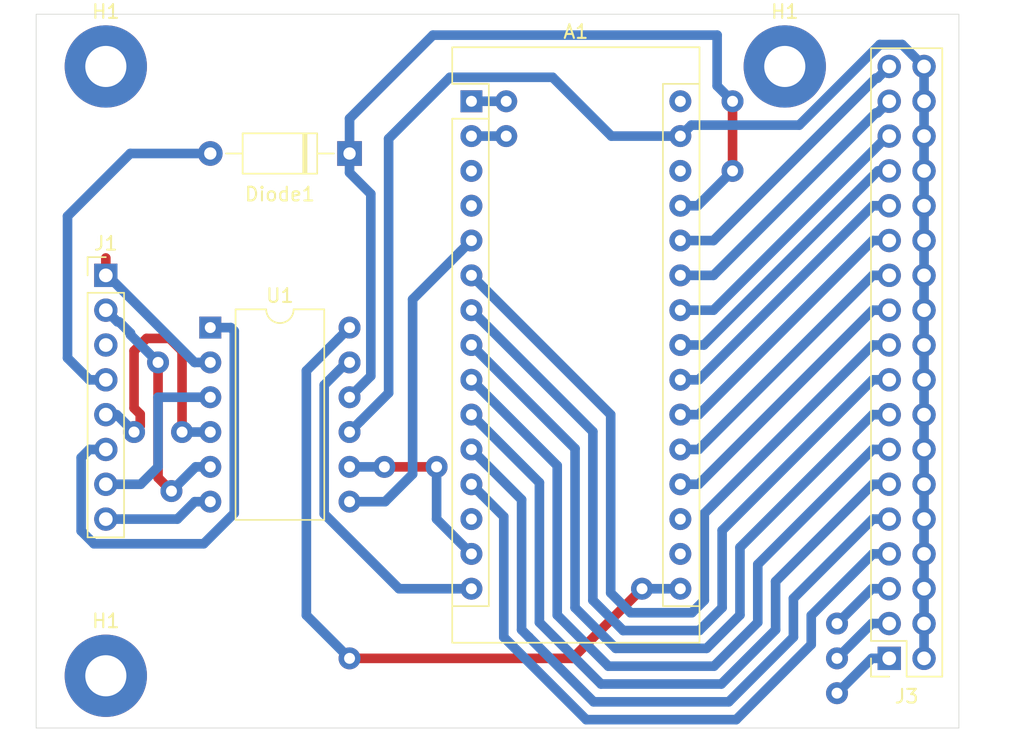
<source format=kicad_pcb>
(kicad_pcb (version 20171130) (host pcbnew "(5.1.4)-1")

  (general
    (thickness 1.6)
    (drawings 4)
    (tracks 202)
    (zones 0)
    (modules 8)
    (nets 38)
  )

  (page A4)
  (layers
    (0 F.Cu signal)
    (31 B.Cu signal)
    (32 B.Adhes user hide)
    (33 F.Adhes user hide)
    (34 B.Paste user hide)
    (35 F.Paste user)
    (36 B.SilkS user hide)
    (37 F.SilkS user)
    (38 B.Mask user hide)
    (39 F.Mask user)
    (40 Dwgs.User user hide)
    (41 Cmts.User user hide)
    (42 Eco1.User user hide)
    (43 Eco2.User user hide)
    (44 Edge.Cuts user)
    (45 Margin user hide)
    (46 B.CrtYd user hide)
    (47 F.CrtYd user)
    (48 B.Fab user hide)
    (49 F.Fab user)
  )

  (setup
    (last_trace_width 0.25)
    (trace_clearance 0.2)
    (zone_clearance 0.508)
    (zone_45_only no)
    (trace_min 0.2)
    (via_size 0.8)
    (via_drill 0.4)
    (via_min_size 0.4)
    (via_min_drill 0.3)
    (user_via 1.6 0.8)
    (uvia_size 0.3)
    (uvia_drill 0.1)
    (uvias_allowed no)
    (uvia_min_size 0.2)
    (uvia_min_drill 0.1)
    (edge_width 0.05)
    (segment_width 0.2)
    (pcb_text_width 0.3)
    (pcb_text_size 1.5 1.5)
    (mod_edge_width 0.12)
    (mod_text_size 1 1)
    (mod_text_width 0.15)
    (pad_size 1.524 1.524)
    (pad_drill 0.762)
    (pad_to_mask_clearance 0.051)
    (solder_mask_min_width 0.25)
    (aux_axis_origin 0 0)
    (visible_elements 7FFFFFFF)
    (pcbplotparams
      (layerselection 0x010fc_ffffffff)
      (usegerberextensions false)
      (usegerberattributes false)
      (usegerberadvancedattributes false)
      (creategerberjobfile false)
      (excludeedgelayer true)
      (linewidth 0.100000)
      (plotframeref false)
      (viasonmask false)
      (mode 1)
      (useauxorigin false)
      (hpglpennumber 1)
      (hpglpenspeed 20)
      (hpglpendiameter 15.000000)
      (psnegative false)
      (psa4output false)
      (plotreference true)
      (plotvalue true)
      (plotinvisibletext false)
      (padsonsilk false)
      (subtractmaskfromsilk false)
      (outputformat 1)
      (mirror false)
      (drillshape 1)
      (scaleselection 1)
      (outputdirectory ""))
  )

  (net 0 "")
  (net 1 "Net-(A1-Pad16)")
  (net 2 "Net-(A1-Pad15)")
  (net 3 "Net-(A1-Pad30)")
  (net 4 "Net-(A1-Pad14)")
  (net 5 "Net-(A1-Pad28)")
  (net 6 "Net-(A1-Pad27)")
  (net 7 "Net-(A1-Pad26)")
  (net 8 "Net-(A1-Pad25)")
  (net 9 "Net-(A1-Pad24)")
  (net 10 "Net-(A1-Pad23)")
  (net 11 "Net-(A1-Pad22)")
  (net 12 "Net-(A1-Pad21)")
  (net 13 "Net-(A1-Pad5)")
  (net 14 "Net-(A1-Pad20)")
  (net 15 "Net-(A1-Pad4)")
  (net 16 "Net-(A1-Pad19)")
  (net 17 "Net-(A1-Pad3)")
  (net 18 "Net-(A1-Pad18)")
  (net 19 "Net-(A1-Pad17)")
  (net 20 GND)
  (net 21 "Net-(J1-Pad1)")
  (net 22 "Net-(J1-Pad8)")
  (net 23 "Net-(J1-Pad7)")
  (net 24 "Net-(J1-Pad6)")
  (net 25 /1)
  (net 26 "Net-(J1-Pad3)")
  (net 27 "Net-(J1-Pad2)")
  (net 28 /9)
  (net 29 /8)
  (net 30 /7)
  (net 31 /6)
  (net 32 /5)
  (net 33 /4)
  (net 34 /3)
  (net 35 /0)
  (net 36 "Net-(Diode1-Pad2)")
  (net 37 /2)

  (net_class Default "This is the default net class."
    (clearance 0.2)
    (trace_width 0.25)
    (via_dia 0.8)
    (via_drill 0.4)
    (uvia_dia 0.3)
    (uvia_drill 0.1)
  )

  (net_class thicker ""
    (clearance 0.6)
    (trace_width 0.7)
    (via_dia 1.6)
    (via_drill 0.8)
    (uvia_dia 0.3)
    (uvia_drill 0.1)
    (add_net /0)
    (add_net /1)
    (add_net /2)
    (add_net /3)
    (add_net /4)
    (add_net /5)
    (add_net /6)
    (add_net /7)
    (add_net /8)
    (add_net /9)
    (add_net GND)
    (add_net "Net-(A1-Pad14)")
    (add_net "Net-(A1-Pad15)")
    (add_net "Net-(A1-Pad16)")
    (add_net "Net-(A1-Pad17)")
    (add_net "Net-(A1-Pad18)")
    (add_net "Net-(A1-Pad19)")
    (add_net "Net-(A1-Pad20)")
    (add_net "Net-(A1-Pad21)")
    (add_net "Net-(A1-Pad22)")
    (add_net "Net-(A1-Pad23)")
    (add_net "Net-(A1-Pad24)")
    (add_net "Net-(A1-Pad25)")
    (add_net "Net-(A1-Pad26)")
    (add_net "Net-(A1-Pad27)")
    (add_net "Net-(A1-Pad28)")
    (add_net "Net-(A1-Pad3)")
    (add_net "Net-(A1-Pad30)")
    (add_net "Net-(A1-Pad4)")
    (add_net "Net-(A1-Pad5)")
    (add_net "Net-(Diode1-Pad2)")
    (add_net "Net-(J1-Pad1)")
    (add_net "Net-(J1-Pad2)")
    (add_net "Net-(J1-Pad3)")
    (add_net "Net-(J1-Pad6)")
    (add_net "Net-(J1-Pad7)")
    (add_net "Net-(J1-Pad8)")
  )

  (module Package_DIP:DIP-12_W10.16mm (layer F.Cu) (tedit 5E03DC60) (tstamp 5E03EF43)
    (at 67.31 86.36)
    (descr "12-lead though-hole mounted DIP package, row spacing 10.16 mm (400 mils)")
    (tags "THT DIP DIL PDIP 2.54mm 10.16mm 400mil")
    (path /5E047133)
    (fp_text reference U1 (at 5.08 -2.33) (layer F.SilkS)
      (effects (font (size 1 1) (thickness 0.15)))
    )
    (fp_text value Simple_Chinese_Logic_level_shifter (at 5.08 15.03) (layer F.Fab)
      (effects (font (size 1 1) (thickness 0.15)))
    )
    (fp_text user %R (at 5.08 6.35) (layer F.Fab)
      (effects (font (size 1 1) (thickness 0.15)))
    )
    (fp_line (start 11.25 -1.55) (end -1.05 -1.55) (layer F.CrtYd) (width 0.05))
    (fp_line (start 11.25 14.25) (end 11.25 -1.55) (layer F.CrtYd) (width 0.05))
    (fp_line (start -1.05 14.25) (end 11.25 14.25) (layer F.CrtYd) (width 0.05))
    (fp_line (start -1.05 -1.55) (end -1.05 14.25) (layer F.CrtYd) (width 0.05))
    (fp_line (start 8.315 -1.33) (end 6.08 -1.33) (layer F.SilkS) (width 0.12))
    (fp_line (start 8.315 14.03) (end 8.315 -1.33) (layer F.SilkS) (width 0.12))
    (fp_line (start 1.845 14.03) (end 8.315 14.03) (layer F.SilkS) (width 0.12))
    (fp_line (start 1.845 -1.33) (end 1.845 14.03) (layer F.SilkS) (width 0.12))
    (fp_line (start 4.08 -1.33) (end 1.845 -1.33) (layer F.SilkS) (width 0.12))
    (fp_line (start 1.905 -0.27) (end 2.905 -1.27) (layer F.Fab) (width 0.1))
    (fp_line (start 1.905 13.97) (end 1.905 -0.27) (layer F.Fab) (width 0.1))
    (fp_line (start 8.255 13.97) (end 1.905 13.97) (layer F.Fab) (width 0.1))
    (fp_line (start 8.255 -1.27) (end 8.255 13.97) (layer F.Fab) (width 0.1))
    (fp_line (start 2.905 -1.27) (end 8.255 -1.27) (layer F.Fab) (width 0.1))
    (fp_arc (start 5.08 -1.33) (end 4.08 -1.33) (angle -180) (layer F.SilkS) (width 0.12))
    (pad 10 thru_hole oval (at 10.16 0) (size 1.6 1.6) (drill 0.8) (layers *.Cu *.Mask)
      (net 1 "Net-(A1-Pad16)"))
    (pad 5 thru_hole oval (at 0 12.7) (size 1.6 1.6) (drill 0.8) (layers *.Cu *.Mask)
      (net 22 "Net-(J1-Pad8)"))
    (pad 9 thru_hole oval (at 10.16 2.54) (size 1.6 1.6) (drill 0.8) (layers *.Cu *.Mask)
      (net 2 "Net-(A1-Pad15)"))
    (pad 4 thru_hole oval (at 0 10.16) (size 1.6 1.6) (drill 0.8) (layers *.Cu *.Mask)
      (net 27 "Net-(J1-Pad2)"))
    (pad 11 thru_hole oval (at 10.16 5.08) (size 1.6 1.6) (drill 0.8) (layers *.Cu *.Mask)
      (net 6 "Net-(A1-Pad27)"))
    (pad 12 thru_hole oval (at 0 7.62) (size 1.6 1.6) (drill 0.8) (layers *.Cu *.Mask)
      (net 26 "Net-(J1-Pad3)"))
    (pad 6 thru_hole oval (at 10.16 7.62) (size 1.6 1.6) (drill 0.8) (layers *.Cu *.Mask)
      (net 20 GND))
    (pad 1 thru_hole oval (at 0 5.08) (size 1.6 1.6) (drill 0.8) (layers *.Cu *.Mask)
      (net 23 "Net-(J1-Pad7)"))
    (pad 8 thru_hole oval (at 10.16 10.16) (size 1.6 1.6) (drill 0.8) (layers *.Cu *.Mask)
      (net 4 "Net-(A1-Pad14)"))
    (pad 3 thru_hole oval (at 0 2.54) (size 1.6 1.6) (drill 0.8) (layers *.Cu *.Mask)
      (net 21 "Net-(J1-Pad1)"))
    (pad 7 thru_hole oval (at 10.16 12.7) (size 1.6 1.6) (drill 0.8) (layers *.Cu *.Mask)
      (net 13 "Net-(A1-Pad5)"))
    (pad 2 thru_hole rect (at 0 0) (size 1.6 1.6) (drill 0.8) (layers *.Cu *.Mask)
      (net 24 "Net-(J1-Pad6)"))
    (model ${KISYS3DMOD}/Package_DIP.3dshapes/DIP-12_W10.16mm.wrl
      (at (xyz 0 0 0))
      (scale (xyz 1 1 1))
      (rotate (xyz 0 0 0))
    )
  )

  (module MountingHole:MountingHole_3mm_Pad (layer F.Cu) (tedit 56D1B4CB) (tstamp 5E0407E3)
    (at 109.22 67.31)
    (descr "Mounting Hole 3mm")
    (tags "mounting hole 3mm")
    (path /5E0476DF)
    (attr virtual)
    (fp_text reference H1 (at 0 -4) (layer F.SilkS)
      (effects (font (size 1 1) (thickness 0.15)))
    )
    (fp_text value MountingHole (at 0 4) (layer F.Fab)
      (effects (font (size 1 1) (thickness 0.15)))
    )
    (fp_circle (center 0 0) (end 3.25 0) (layer F.CrtYd) (width 0.05))
    (fp_circle (center 0 0) (end 3 0) (layer Cmts.User) (width 0.15))
    (fp_text user %R (at 0.3 0) (layer F.Fab)
      (effects (font (size 1 1) (thickness 0.15)))
    )
    (pad 1 thru_hole circle (at 0 0) (size 6 6) (drill 3) (layers *.Cu *.Mask))
  )

  (module MountingHole:MountingHole_3mm_Pad (layer F.Cu) (tedit 56D1B4CB) (tstamp 5E04106A)
    (at 59.69 111.76)
    (descr "Mounting Hole 3mm")
    (tags "mounting hole 3mm")
    (path /5E0476DF)
    (attr virtual)
    (fp_text reference H1 (at 0 -4) (layer F.SilkS)
      (effects (font (size 1 1) (thickness 0.15)))
    )
    (fp_text value MountingHole (at 0 4) (layer F.Fab)
      (effects (font (size 1 1) (thickness 0.15)))
    )
    (fp_text user %R (at 0.3 0) (layer F.Fab)
      (effects (font (size 1 1) (thickness 0.15)))
    )
    (fp_circle (center 0 0) (end 3 0) (layer Cmts.User) (width 0.15))
    (fp_circle (center 0 0) (end 3.25 0) (layer F.CrtYd) (width 0.05))
    (pad 1 thru_hole circle (at 0 0) (size 6 6) (drill 3) (layers *.Cu *.Mask))
  )

  (module MountingHole:MountingHole_3mm_Pad (layer F.Cu) (tedit 56D1B4CB) (tstamp 5E041095)
    (at 59.69 67.31)
    (descr "Mounting Hole 3mm")
    (tags "mounting hole 3mm")
    (path /5E0476DF)
    (attr virtual)
    (fp_text reference H1 (at 0 -4) (layer F.SilkS)
      (effects (font (size 1 1) (thickness 0.15)))
    )
    (fp_text value MountingHole (at 0 4) (layer F.Fab)
      (effects (font (size 1 1) (thickness 0.15)))
    )
    (fp_circle (center 0 0) (end 3.25 0) (layer F.CrtYd) (width 0.05))
    (fp_circle (center 0 0) (end 3 0) (layer Cmts.User) (width 0.15))
    (fp_text user %R (at 0.3 0) (layer F.Fab)
      (effects (font (size 1 1) (thickness 0.15)))
    )
    (pad 1 thru_hole circle (at 0 0) (size 6 6) (drill 3) (layers *.Cu *.Mask))
  )

  (module Module:Arduino_Nano (layer F.Cu) (tedit 58ACAF70) (tstamp 5E03D6D0)
    (at 86.36 69.85)
    (descr "Arduino Nano, http://www.mouser.com/pdfdocs/Gravitech_Arduino_Nano3_0.pdf")
    (tags "Arduino Nano")
    (path /5E03D530)
    (fp_text reference A1 (at 7.62 -5.08) (layer F.SilkS)
      (effects (font (size 1 1) (thickness 0.15)))
    )
    (fp_text value Arduino_Nano_v3.x (at 8.89 19.05 90) (layer F.Fab)
      (effects (font (size 1 1) (thickness 0.15)))
    )
    (fp_line (start 16.75 42.16) (end -1.53 42.16) (layer F.CrtYd) (width 0.05))
    (fp_line (start 16.75 42.16) (end 16.75 -4.06) (layer F.CrtYd) (width 0.05))
    (fp_line (start -1.53 -4.06) (end -1.53 42.16) (layer F.CrtYd) (width 0.05))
    (fp_line (start -1.53 -4.06) (end 16.75 -4.06) (layer F.CrtYd) (width 0.05))
    (fp_line (start 16.51 -3.81) (end 16.51 39.37) (layer F.Fab) (width 0.1))
    (fp_line (start 0 -3.81) (end 16.51 -3.81) (layer F.Fab) (width 0.1))
    (fp_line (start -1.27 -2.54) (end 0 -3.81) (layer F.Fab) (width 0.1))
    (fp_line (start -1.27 39.37) (end -1.27 -2.54) (layer F.Fab) (width 0.1))
    (fp_line (start 16.51 39.37) (end -1.27 39.37) (layer F.Fab) (width 0.1))
    (fp_line (start 16.64 -3.94) (end -1.4 -3.94) (layer F.SilkS) (width 0.12))
    (fp_line (start 16.64 39.5) (end 16.64 -3.94) (layer F.SilkS) (width 0.12))
    (fp_line (start -1.4 39.5) (end 16.64 39.5) (layer F.SilkS) (width 0.12))
    (fp_line (start 3.81 41.91) (end 3.81 31.75) (layer F.Fab) (width 0.1))
    (fp_line (start 11.43 41.91) (end 3.81 41.91) (layer F.Fab) (width 0.1))
    (fp_line (start 11.43 31.75) (end 11.43 41.91) (layer F.Fab) (width 0.1))
    (fp_line (start 3.81 31.75) (end 11.43 31.75) (layer F.Fab) (width 0.1))
    (fp_line (start 1.27 36.83) (end -1.4 36.83) (layer F.SilkS) (width 0.12))
    (fp_line (start 1.27 1.27) (end 1.27 36.83) (layer F.SilkS) (width 0.12))
    (fp_line (start 1.27 1.27) (end -1.4 1.27) (layer F.SilkS) (width 0.12))
    (fp_line (start 13.97 36.83) (end 16.64 36.83) (layer F.SilkS) (width 0.12))
    (fp_line (start 13.97 -1.27) (end 13.97 36.83) (layer F.SilkS) (width 0.12))
    (fp_line (start 13.97 -1.27) (end 16.64 -1.27) (layer F.SilkS) (width 0.12))
    (fp_line (start -1.4 -3.94) (end -1.4 -1.27) (layer F.SilkS) (width 0.12))
    (fp_line (start -1.4 1.27) (end -1.4 39.5) (layer F.SilkS) (width 0.12))
    (fp_line (start 1.27 -1.27) (end -1.4 -1.27) (layer F.SilkS) (width 0.12))
    (fp_line (start 1.27 1.27) (end 1.27 -1.27) (layer F.SilkS) (width 0.12))
    (fp_text user %R (at 6.35 19.05 90) (layer F.Fab)
      (effects (font (size 1 1) (thickness 0.15)))
    )
    (pad 16 thru_hole oval (at 15.24 35.56) (size 1.6 1.6) (drill 0.8) (layers *.Cu *.Mask)
      (net 1 "Net-(A1-Pad16)"))
    (pad 15 thru_hole oval (at 0 35.56) (size 1.6 1.6) (drill 0.8) (layers *.Cu *.Mask)
      (net 2 "Net-(A1-Pad15)"))
    (pad 30 thru_hole oval (at 15.24 0) (size 1.6 1.6) (drill 0.8) (layers *.Cu *.Mask)
      (net 3 "Net-(A1-Pad30)"))
    (pad 14 thru_hole oval (at 0 33.02) (size 1.6 1.6) (drill 0.8) (layers *.Cu *.Mask)
      (net 4 "Net-(A1-Pad14)"))
    (pad 29 thru_hole oval (at 15.24 2.54) (size 1.6 1.6) (drill 0.8) (layers *.Cu *.Mask)
      (net 20 GND))
    (pad 13 thru_hole oval (at 0 30.48) (size 1.6 1.6) (drill 0.8) (layers *.Cu *.Mask)
      (net 37 /2))
    (pad 28 thru_hole oval (at 15.24 5.08) (size 1.6 1.6) (drill 0.8) (layers *.Cu *.Mask)
      (net 5 "Net-(A1-Pad28)"))
    (pad 12 thru_hole oval (at 0 27.94) (size 1.6 1.6) (drill 0.8) (layers *.Cu *.Mask)
      (net 34 /3))
    (pad 27 thru_hole oval (at 15.24 7.62) (size 1.6 1.6) (drill 0.8) (layers *.Cu *.Mask)
      (net 6 "Net-(A1-Pad27)"))
    (pad 11 thru_hole oval (at 0 25.4) (size 1.6 1.6) (drill 0.8) (layers *.Cu *.Mask)
      (net 33 /4))
    (pad 26 thru_hole oval (at 15.24 10.16) (size 1.6 1.6) (drill 0.8) (layers *.Cu *.Mask)
      (net 7 "Net-(A1-Pad26)"))
    (pad 10 thru_hole oval (at 0 22.86) (size 1.6 1.6) (drill 0.8) (layers *.Cu *.Mask)
      (net 32 /5))
    (pad 25 thru_hole oval (at 15.24 12.7) (size 1.6 1.6) (drill 0.8) (layers *.Cu *.Mask)
      (net 8 "Net-(A1-Pad25)"))
    (pad 9 thru_hole oval (at 0 20.32) (size 1.6 1.6) (drill 0.8) (layers *.Cu *.Mask)
      (net 31 /6))
    (pad 24 thru_hole oval (at 15.24 15.24) (size 1.6 1.6) (drill 0.8) (layers *.Cu *.Mask)
      (net 9 "Net-(A1-Pad24)"))
    (pad 8 thru_hole oval (at 0 17.78) (size 1.6 1.6) (drill 0.8) (layers *.Cu *.Mask)
      (net 30 /7))
    (pad 23 thru_hole oval (at 15.24 17.78) (size 1.6 1.6) (drill 0.8) (layers *.Cu *.Mask)
      (net 10 "Net-(A1-Pad23)"))
    (pad 7 thru_hole oval (at 0 15.24) (size 1.6 1.6) (drill 0.8) (layers *.Cu *.Mask)
      (net 29 /8))
    (pad 22 thru_hole oval (at 15.24 20.32) (size 1.6 1.6) (drill 0.8) (layers *.Cu *.Mask)
      (net 11 "Net-(A1-Pad22)"))
    (pad 6 thru_hole oval (at 0 12.7) (size 1.6 1.6) (drill 0.8) (layers *.Cu *.Mask)
      (net 28 /9))
    (pad 21 thru_hole oval (at 15.24 22.86) (size 1.6 1.6) (drill 0.8) (layers *.Cu *.Mask)
      (net 12 "Net-(A1-Pad21)"))
    (pad 5 thru_hole oval (at 0 10.16) (size 1.6 1.6) (drill 0.8) (layers *.Cu *.Mask)
      (net 13 "Net-(A1-Pad5)"))
    (pad 20 thru_hole oval (at 15.24 25.4) (size 1.6 1.6) (drill 0.8) (layers *.Cu *.Mask)
      (net 14 "Net-(A1-Pad20)"))
    (pad 4 thru_hole oval (at 0 7.62) (size 1.6 1.6) (drill 0.8) (layers *.Cu *.Mask)
      (net 15 "Net-(A1-Pad4)"))
    (pad 19 thru_hole oval (at 15.24 27.94) (size 1.6 1.6) (drill 0.8) (layers *.Cu *.Mask)
      (net 16 "Net-(A1-Pad19)"))
    (pad 3 thru_hole oval (at 0 5.08) (size 1.6 1.6) (drill 0.8) (layers *.Cu *.Mask)
      (net 17 "Net-(A1-Pad3)"))
    (pad 18 thru_hole oval (at 15.24 30.48) (size 1.6 1.6) (drill 0.8) (layers *.Cu *.Mask)
      (net 18 "Net-(A1-Pad18)"))
    (pad 2 thru_hole oval (at 0 2.54) (size 1.6 1.6) (drill 0.8) (layers *.Cu *.Mask)
      (net 35 /0))
    (pad 17 thru_hole oval (at 15.24 33.02) (size 1.6 1.6) (drill 0.8) (layers *.Cu *.Mask)
      (net 19 "Net-(A1-Pad17)"))
    (pad 1 thru_hole rect (at 0 0) (size 1.6 1.6) (drill 0.8) (layers *.Cu *.Mask)
      (net 25 /1))
    (model ${KISYS3DMOD}/Module.3dshapes/Arduino_Nano_WithMountingHoles.wrl
      (at (xyz 0 0 0))
      (scale (xyz 1 1 1))
      (rotate (xyz 0 0 0))
    )
  )

  (module Diode_THT:D_A-405_P10.16mm_Horizontal (layer F.Cu) (tedit 5AE50CD5) (tstamp 5E04756F)
    (at 77.47 73.66 180)
    (descr "Diode, A-405 series, Axial, Horizontal, pin pitch=10.16mm, , length*diameter=5.2*2.7mm^2, , http://www.diodes.com/_files/packages/A-405.pdf")
    (tags "Diode A-405 series Axial Horizontal pin pitch 10.16mm  length 5.2mm diameter 2.7mm")
    (path /5E0EED80)
    (fp_text reference Diode1 (at 5.08 -2.97) (layer F.SilkS)
      (effects (font (size 1 1) (thickness 0.15)))
    )
    (fp_text value . (at 5.08 2.97) (layer F.Fab)
      (effects (font (size 1 1) (thickness 0.15)))
    )
    (fp_text user K (at 0 -2.4) (layer F.Fab)
      (effects (font (size 1 1) (thickness 0.15)))
    )
    (fp_text user K (at 0 -1.9) (layer F.Fab)
      (effects (font (size 1 1) (thickness 0.15)))
    )
    (fp_text user %R (at 5.7475 0) (layer F.Fab)
      (effects (font (size 1 1) (thickness 0.15)))
    )
    (fp_line (start 11.31 -1.6) (end -1.15 -1.6) (layer F.CrtYd) (width 0.05))
    (fp_line (start 11.31 1.6) (end 11.31 -1.6) (layer F.CrtYd) (width 0.05))
    (fp_line (start -1.15 1.6) (end 11.31 1.6) (layer F.CrtYd) (width 0.05))
    (fp_line (start -1.15 -1.6) (end -1.15 1.6) (layer F.CrtYd) (width 0.05))
    (fp_line (start 3.14 -1.47) (end 3.14 1.47) (layer F.SilkS) (width 0.12))
    (fp_line (start 3.38 -1.47) (end 3.38 1.47) (layer F.SilkS) (width 0.12))
    (fp_line (start 3.26 -1.47) (end 3.26 1.47) (layer F.SilkS) (width 0.12))
    (fp_line (start 9.02 0) (end 7.8 0) (layer F.SilkS) (width 0.12))
    (fp_line (start 1.14 0) (end 2.36 0) (layer F.SilkS) (width 0.12))
    (fp_line (start 7.8 -1.47) (end 2.36 -1.47) (layer F.SilkS) (width 0.12))
    (fp_line (start 7.8 1.47) (end 7.8 -1.47) (layer F.SilkS) (width 0.12))
    (fp_line (start 2.36 1.47) (end 7.8 1.47) (layer F.SilkS) (width 0.12))
    (fp_line (start 2.36 -1.47) (end 2.36 1.47) (layer F.SilkS) (width 0.12))
    (fp_line (start 3.16 -1.35) (end 3.16 1.35) (layer F.Fab) (width 0.1))
    (fp_line (start 3.36 -1.35) (end 3.36 1.35) (layer F.Fab) (width 0.1))
    (fp_line (start 3.26 -1.35) (end 3.26 1.35) (layer F.Fab) (width 0.1))
    (fp_line (start 10.16 0) (end 7.68 0) (layer F.Fab) (width 0.1))
    (fp_line (start 0 0) (end 2.48 0) (layer F.Fab) (width 0.1))
    (fp_line (start 7.68 -1.35) (end 2.48 -1.35) (layer F.Fab) (width 0.1))
    (fp_line (start 7.68 1.35) (end 7.68 -1.35) (layer F.Fab) (width 0.1))
    (fp_line (start 2.48 1.35) (end 7.68 1.35) (layer F.Fab) (width 0.1))
    (fp_line (start 2.48 -1.35) (end 2.48 1.35) (layer F.Fab) (width 0.1))
    (pad 2 thru_hole oval (at 10.16 0 180) (size 1.8 1.8) (drill 0.9) (layers *.Cu *.Mask)
      (net 36 "Net-(Diode1-Pad2)"))
    (pad 1 thru_hole rect (at 0 0 180) (size 1.8 1.8) (drill 0.9) (layers *.Cu *.Mask)
      (net 6 "Net-(A1-Pad27)"))
    (model ${KISYS3DMOD}/Diode_THT.3dshapes/D_A-405_P10.16mm_Horizontal.wrl
      (at (xyz 0 0 0))
      (scale (xyz 1 1 1))
      (rotate (xyz 0 0 0))
    )
  )

  (module Connector_PinSocket_2.54mm:PinSocket_2x18_P2.54mm_Vertical (layer F.Cu) (tedit 5A19A42A) (tstamp 5E044811)
    (at 116.84 110.49 180)
    (descr "Through hole straight socket strip, 2x18, 2.54mm pitch, double cols (from Kicad 4.0.7), script generated")
    (tags "Through hole socket strip THT 2x18 2.54mm double row")
    (path /5E0993EB)
    (fp_text reference J3 (at -1.27 -2.77) (layer F.SilkS)
      (effects (font (size 1 1) (thickness 0.15)))
    )
    (fp_text value Conn_02x18_Odd_Even (at -1.27 45.95) (layer F.Fab)
      (effects (font (size 1 1) (thickness 0.15)))
    )
    (fp_text user %R (at -1.27 21.59 90) (layer F.Fab)
      (effects (font (size 1 1) (thickness 0.15)))
    )
    (fp_line (start -4.34 44.95) (end -4.34 -1.8) (layer F.CrtYd) (width 0.05))
    (fp_line (start 1.76 44.95) (end -4.34 44.95) (layer F.CrtYd) (width 0.05))
    (fp_line (start 1.76 -1.8) (end 1.76 44.95) (layer F.CrtYd) (width 0.05))
    (fp_line (start -4.34 -1.8) (end 1.76 -1.8) (layer F.CrtYd) (width 0.05))
    (fp_line (start 0 -1.33) (end 1.33 -1.33) (layer F.SilkS) (width 0.12))
    (fp_line (start 1.33 -1.33) (end 1.33 0) (layer F.SilkS) (width 0.12))
    (fp_line (start -1.27 -1.33) (end -1.27 1.27) (layer F.SilkS) (width 0.12))
    (fp_line (start -1.27 1.27) (end 1.33 1.27) (layer F.SilkS) (width 0.12))
    (fp_line (start 1.33 1.27) (end 1.33 44.51) (layer F.SilkS) (width 0.12))
    (fp_line (start -3.87 44.51) (end 1.33 44.51) (layer F.SilkS) (width 0.12))
    (fp_line (start -3.87 -1.33) (end -3.87 44.51) (layer F.SilkS) (width 0.12))
    (fp_line (start -3.87 -1.33) (end -1.27 -1.33) (layer F.SilkS) (width 0.12))
    (fp_line (start -3.81 44.45) (end -3.81 -1.27) (layer F.Fab) (width 0.1))
    (fp_line (start 1.27 44.45) (end -3.81 44.45) (layer F.Fab) (width 0.1))
    (fp_line (start 1.27 -0.27) (end 1.27 44.45) (layer F.Fab) (width 0.1))
    (fp_line (start 0.27 -1.27) (end 1.27 -0.27) (layer F.Fab) (width 0.1))
    (fp_line (start -3.81 -1.27) (end 0.27 -1.27) (layer F.Fab) (width 0.1))
    (pad 36 thru_hole oval (at -2.54 43.18 180) (size 1.7 1.7) (drill 1) (layers *.Cu *.Mask)
      (net 20 GND))
    (pad 35 thru_hole oval (at 0 43.18 180) (size 1.7 1.7) (drill 1) (layers *.Cu *.Mask)
      (net 7 "Net-(A1-Pad26)"))
    (pad 34 thru_hole oval (at -2.54 40.64 180) (size 1.7 1.7) (drill 1) (layers *.Cu *.Mask)
      (net 20 GND))
    (pad 33 thru_hole oval (at 0 40.64 180) (size 1.7 1.7) (drill 1) (layers *.Cu *.Mask)
      (net 8 "Net-(A1-Pad25)"))
    (pad 32 thru_hole oval (at -2.54 38.1 180) (size 1.7 1.7) (drill 1) (layers *.Cu *.Mask)
      (net 20 GND))
    (pad 31 thru_hole oval (at 0 38.1 180) (size 1.7 1.7) (drill 1) (layers *.Cu *.Mask)
      (net 9 "Net-(A1-Pad24)"))
    (pad 30 thru_hole oval (at -2.54 35.56 180) (size 1.7 1.7) (drill 1) (layers *.Cu *.Mask)
      (net 20 GND))
    (pad 29 thru_hole oval (at 0 35.56 180) (size 1.7 1.7) (drill 1) (layers *.Cu *.Mask)
      (net 10 "Net-(A1-Pad23)"))
    (pad 28 thru_hole oval (at -2.54 33.02 180) (size 1.7 1.7) (drill 1) (layers *.Cu *.Mask)
      (net 20 GND))
    (pad 27 thru_hole oval (at 0 33.02 180) (size 1.7 1.7) (drill 1) (layers *.Cu *.Mask)
      (net 11 "Net-(A1-Pad22)"))
    (pad 26 thru_hole oval (at -2.54 30.48 180) (size 1.7 1.7) (drill 1) (layers *.Cu *.Mask)
      (net 20 GND))
    (pad 25 thru_hole oval (at 0 30.48 180) (size 1.7 1.7) (drill 1) (layers *.Cu *.Mask)
      (net 12 "Net-(A1-Pad21)"))
    (pad 24 thru_hole oval (at -2.54 27.94 180) (size 1.7 1.7) (drill 1) (layers *.Cu *.Mask)
      (net 20 GND))
    (pad 23 thru_hole oval (at 0 27.94 180) (size 1.7 1.7) (drill 1) (layers *.Cu *.Mask)
      (net 14 "Net-(A1-Pad20)"))
    (pad 22 thru_hole oval (at -2.54 25.4 180) (size 1.7 1.7) (drill 1) (layers *.Cu *.Mask)
      (net 20 GND))
    (pad 21 thru_hole oval (at 0 25.4 180) (size 1.7 1.7) (drill 1) (layers *.Cu *.Mask)
      (net 16 "Net-(A1-Pad19)"))
    (pad 20 thru_hole oval (at -2.54 22.86 180) (size 1.7 1.7) (drill 1) (layers *.Cu *.Mask)
      (net 20 GND))
    (pad 19 thru_hole oval (at 0 22.86 180) (size 1.7 1.7) (drill 1) (layers *.Cu *.Mask)
      (net 28 /9))
    (pad 18 thru_hole oval (at -2.54 20.32 180) (size 1.7 1.7) (drill 1) (layers *.Cu *.Mask)
      (net 20 GND))
    (pad 17 thru_hole oval (at 0 20.32 180) (size 1.7 1.7) (drill 1) (layers *.Cu *.Mask)
      (net 29 /8))
    (pad 16 thru_hole oval (at -2.54 17.78 180) (size 1.7 1.7) (drill 1) (layers *.Cu *.Mask)
      (net 20 GND))
    (pad 15 thru_hole oval (at 0 17.78 180) (size 1.7 1.7) (drill 1) (layers *.Cu *.Mask)
      (net 30 /7))
    (pad 14 thru_hole oval (at -2.54 15.24 180) (size 1.7 1.7) (drill 1) (layers *.Cu *.Mask)
      (net 20 GND))
    (pad 13 thru_hole oval (at 0 15.24 180) (size 1.7 1.7) (drill 1) (layers *.Cu *.Mask)
      (net 31 /6))
    (pad 12 thru_hole oval (at -2.54 12.7 180) (size 1.7 1.7) (drill 1) (layers *.Cu *.Mask)
      (net 20 GND))
    (pad 11 thru_hole oval (at 0 12.7 180) (size 1.7 1.7) (drill 1) (layers *.Cu *.Mask)
      (net 32 /5))
    (pad 10 thru_hole oval (at -2.54 10.16 180) (size 1.7 1.7) (drill 1) (layers *.Cu *.Mask)
      (net 20 GND))
    (pad 9 thru_hole oval (at 0 10.16 180) (size 1.7 1.7) (drill 1) (layers *.Cu *.Mask)
      (net 33 /4))
    (pad 8 thru_hole oval (at -2.54 7.62 180) (size 1.7 1.7) (drill 1) (layers *.Cu *.Mask)
      (net 20 GND))
    (pad 7 thru_hole oval (at 0 7.62 180) (size 1.7 1.7) (drill 1) (layers *.Cu *.Mask)
      (net 34 /3))
    (pad 6 thru_hole oval (at -2.54 5.08 180) (size 1.7 1.7) (drill 1) (layers *.Cu *.Mask)
      (net 20 GND))
    (pad 5 thru_hole oval (at 0 5.08 180) (size 1.7 1.7) (drill 1) (layers *.Cu *.Mask)
      (net 37 /2))
    (pad 4 thru_hole oval (at -2.54 2.54 180) (size 1.7 1.7) (drill 1) (layers *.Cu *.Mask)
      (net 20 GND))
    (pad 3 thru_hole oval (at 0 2.54 180) (size 1.7 1.7) (drill 1) (layers *.Cu *.Mask)
      (net 25 /1))
    (pad 2 thru_hole oval (at -2.54 0 180) (size 1.7 1.7) (drill 1) (layers *.Cu *.Mask)
      (net 20 GND))
    (pad 1 thru_hole rect (at 0 0 180) (size 1.7 1.7) (drill 1) (layers *.Cu *.Mask)
      (net 35 /0))
    (model ${KISYS3DMOD}/Connector_PinSocket_2.54mm.3dshapes/PinSocket_2x18_P2.54mm_Vertical.wrl
      (at (xyz 0 0 0))
      (scale (xyz 1 1 1))
      (rotate (xyz 0 0 0))
    )
  )

  (module Connector_PinHeader_2.54mm:PinHeader_1x08_P2.54mm_Vertical (layer F.Cu) (tedit 59FED5CC) (tstamp 5E04731D)
    (at 59.69 82.55)
    (descr "Through hole straight pin header, 1x08, 2.54mm pitch, single row")
    (tags "Through hole pin header THT 1x08 2.54mm single row")
    (path /5E07D8D7)
    (fp_text reference J1 (at 0 -2.33) (layer F.SilkS)
      (effects (font (size 1 1) (thickness 0.15)))
    )
    (fp_text value Conn_01x08_Female (at 0 20.11) (layer F.Fab)
      (effects (font (size 1 1) (thickness 0.15)))
    )
    (fp_text user %R (at 0 8.89 90) (layer F.Fab)
      (effects (font (size 1 1) (thickness 0.15)))
    )
    (fp_line (start 1.8 -1.8) (end -1.8 -1.8) (layer F.CrtYd) (width 0.05))
    (fp_line (start 1.8 19.55) (end 1.8 -1.8) (layer F.CrtYd) (width 0.05))
    (fp_line (start -1.8 19.55) (end 1.8 19.55) (layer F.CrtYd) (width 0.05))
    (fp_line (start -1.8 -1.8) (end -1.8 19.55) (layer F.CrtYd) (width 0.05))
    (fp_line (start -1.33 -1.33) (end 0 -1.33) (layer F.SilkS) (width 0.12))
    (fp_line (start -1.33 0) (end -1.33 -1.33) (layer F.SilkS) (width 0.12))
    (fp_line (start -1.33 1.27) (end 1.33 1.27) (layer F.SilkS) (width 0.12))
    (fp_line (start 1.33 1.27) (end 1.33 19.11) (layer F.SilkS) (width 0.12))
    (fp_line (start -1.33 1.27) (end -1.33 19.11) (layer F.SilkS) (width 0.12))
    (fp_line (start -1.33 19.11) (end 1.33 19.11) (layer F.SilkS) (width 0.12))
    (fp_line (start -1.27 -0.635) (end -0.635 -1.27) (layer F.Fab) (width 0.1))
    (fp_line (start -1.27 19.05) (end -1.27 -0.635) (layer F.Fab) (width 0.1))
    (fp_line (start 1.27 19.05) (end -1.27 19.05) (layer F.Fab) (width 0.1))
    (fp_line (start 1.27 -1.27) (end 1.27 19.05) (layer F.Fab) (width 0.1))
    (fp_line (start -0.635 -1.27) (end 1.27 -1.27) (layer F.Fab) (width 0.1))
    (pad 8 thru_hole oval (at 0 17.78) (size 1.7 1.7) (drill 1) (layers *.Cu *.Mask)
      (net 22 "Net-(J1-Pad8)"))
    (pad 7 thru_hole oval (at 0 15.24) (size 1.7 1.7) (drill 1) (layers *.Cu *.Mask)
      (net 23 "Net-(J1-Pad7)"))
    (pad 6 thru_hole oval (at 0 12.7) (size 1.7 1.7) (drill 1) (layers *.Cu *.Mask)
      (net 24 "Net-(J1-Pad6)"))
    (pad 5 thru_hole oval (at 0 10.16) (size 1.7 1.7) (drill 1) (layers *.Cu *.Mask)
      (net 26 "Net-(J1-Pad3)"))
    (pad 4 thru_hole oval (at 0 7.62) (size 1.7 1.7) (drill 1) (layers *.Cu *.Mask)
      (net 36 "Net-(Diode1-Pad2)"))
    (pad 3 thru_hole oval (at 0 5.08) (size 1.7 1.7) (drill 1) (layers *.Cu *.Mask)
      (net 26 "Net-(J1-Pad3)"))
    (pad 2 thru_hole oval (at 0 2.54) (size 1.7 1.7) (drill 1) (layers *.Cu *.Mask)
      (net 27 "Net-(J1-Pad2)"))
    (pad 1 thru_hole rect (at 0 0) (size 1.7 1.7) (drill 1) (layers *.Cu *.Mask)
      (net 21 "Net-(J1-Pad1)"))
    (model ${KISYS3DMOD}/Connector_PinHeader_2.54mm.3dshapes/PinHeader_1x08_P2.54mm_Vertical.wrl
      (at (xyz 0 0 0))
      (scale (xyz 1 1 1))
      (rotate (xyz 0 0 0))
    )
  )

  (gr_line (start 54.61 115.57) (end 121.92 115.57) (layer Edge.Cuts) (width 0.05) (tstamp 5E042411))
  (gr_line (start 54.61 63.5) (end 54.61 115.57) (layer Edge.Cuts) (width 0.05))
  (gr_line (start 121.92 63.5) (end 54.61 63.5) (layer Edge.Cuts) (width 0.05) (tstamp 5E03FD96))
  (gr_line (start 121.92 115.57) (end 121.92 63.5) (layer Edge.Cuts) (width 0.05))

  (via (at 98.806 105.41) (size 1.6) (drill 0.8) (layers F.Cu B.Cu) (net 1))
  (segment (start 101.6 105.41) (end 98.806 105.41) (width 0.7) (layer B.Cu) (net 1))
  (via (at 77.47 110.49) (size 1.6) (drill 0.8) (layers F.Cu B.Cu) (net 1))
  (segment (start 76.670001 87.159999) (end 77.47 86.36) (width 0.7) (layer B.Cu) (net 1))
  (segment (start 74.319989 89.510011) (end 76.670001 87.159999) (width 0.7) (layer B.Cu) (net 1))
  (segment (start 74.319989 107.339989) (end 74.319989 89.510011) (width 0.7) (layer B.Cu) (net 1))
  (segment (start 77.47 110.49) (end 74.319989 107.339989) (width 0.7) (layer B.Cu) (net 1) (tstamp 5E042401))
  (segment (start 98.806 105.41) (end 93.726 110.49) (width 0.7) (layer F.Cu) (net 1))
  (segment (start 93.726 110.49) (end 77.47 110.49) (width 0.7) (layer F.Cu) (net 1))
  (segment (start 81.081998 105.41) (end 86.36 105.41) (width 0.7) (layer B.Cu) (net 2))
  (segment (start 75.619999 99.948001) (end 81.081998 105.41) (width 0.7) (layer B.Cu) (net 2))
  (segment (start 75.619999 90.551999) (end 75.619999 99.948001) (width 0.7) (layer B.Cu) (net 2))
  (segment (start 77.47 88.9) (end 77.271998 88.9) (width 0.7) (layer B.Cu) (net 2))
  (segment (start 77.271998 88.9) (end 75.619999 90.551999) (width 0.7) (layer B.Cu) (net 2))
  (segment (start 86.36 102.87) (end 83.82 100.33) (width 0.7) (layer B.Cu) (net 4))
  (via (at 83.82 96.52) (size 1.6) (drill 0.8) (layers F.Cu B.Cu) (net 4))
  (segment (start 83.82 100.33) (end 83.82 96.52) (width 0.7) (layer B.Cu) (net 4))
  (via (at 80.01 96.52) (size 1.6) (drill 0.8) (layers F.Cu B.Cu) (net 4))
  (segment (start 83.82 96.52) (end 80.01 96.52) (width 0.7) (layer F.Cu) (net 4))
  (segment (start 80.01 96.52) (end 77.47 96.52) (width 0.7) (layer B.Cu) (net 4))
  (via (at 105.41 74.93) (size 1.6) (drill 0.8) (layers F.Cu B.Cu) (net 6))
  (segment (start 101.6 77.47) (end 102.87 77.47) (width 0.7) (layer B.Cu) (net 6))
  (segment (start 102.87 77.47) (end 105.41 74.93) (width 0.7) (layer B.Cu) (net 6))
  (via (at 105.41 69.85) (size 1.6) (drill 0.8) (layers F.Cu B.Cu) (net 6))
  (segment (start 105.41 74.93) (end 105.41 69.85) (width 0.7) (layer F.Cu) (net 6))
  (segment (start 104.284999 65.024) (end 83.555001 65.024) (width 0.7) (layer B.Cu) (net 6))
  (segment (start 77.47 75.06) (end 77.47 73.66) (width 0.7) (layer B.Cu) (net 6))
  (segment (start 77.47 91.44) (end 79.020001 89.889999) (width 0.7) (layer B.Cu) (net 6))
  (segment (start 79.020001 89.889999) (end 79.020001 76.610001) (width 0.7) (layer B.Cu) (net 6))
  (segment (start 79.020001 76.610001) (end 77.47 75.06) (width 0.7) (layer B.Cu) (net 6))
  (segment (start 104.284999 68.724999) (end 105.41 69.85) (width 0.7) (layer B.Cu) (net 6))
  (segment (start 104.284999 65.024) (end 104.284999 68.724999) (width 0.7) (layer B.Cu) (net 6))
  (segment (start 77.47 71.109001) (end 77.47 73.66) (width 0.7) (layer B.Cu) (net 6))
  (segment (start 83.555001 65.024) (end 77.47 71.109001) (width 0.7) (layer B.Cu) (net 6))
  (segment (start 115.990001 68.159999) (end 116.84 67.31) (width 0.7) (layer B.Cu) (net 7))
  (segment (start 115.865999 68.159999) (end 115.990001 68.159999) (width 0.7) (layer B.Cu) (net 7))
  (segment (start 104.015998 80.01) (end 115.865999 68.159999) (width 0.7) (layer B.Cu) (net 7))
  (segment (start 101.6 80.01) (end 104.015998 80.01) (width 0.7) (layer B.Cu) (net 7))
  (segment (start 115.990001 70.699999) (end 116.84 69.85) (width 0.7) (layer B.Cu) (net 8))
  (segment (start 115.865999 70.699999) (end 115.990001 70.699999) (width 0.7) (layer B.Cu) (net 8))
  (segment (start 101.6 82.55) (end 104.015998 82.55) (width 0.7) (layer B.Cu) (net 8))
  (segment (start 104.015998 82.55) (end 115.865999 70.699999) (width 0.7) (layer B.Cu) (net 8))
  (segment (start 116.715998 72.39) (end 116.84 72.39) (width 0.7) (layer B.Cu) (net 9))
  (segment (start 101.6 85.09) (end 104.015998 85.09) (width 0.7) (layer B.Cu) (net 9))
  (segment (start 104.015998 85.09) (end 116.715998 72.39) (width 0.7) (layer B.Cu) (net 9))
  (segment (start 116.014489 74.93) (end 116.84 74.93) (width 0.7) (layer B.Cu) (net 10))
  (segment (start 101.6 87.63) (end 103.314489 87.63) (width 0.7) (layer B.Cu) (net 10))
  (segment (start 103.314489 87.63) (end 116.014489 74.93) (width 0.7) (layer B.Cu) (net 10))
  (segment (start 115.637919 77.47) (end 116.84 77.47) (width 0.7) (layer B.Cu) (net 11))
  (segment (start 101.6 90.17) (end 102.937919 90.17) (width 0.7) (layer B.Cu) (net 11))
  (segment (start 102.937919 90.17) (end 115.637919 77.47) (width 0.7) (layer B.Cu) (net 11))
  (segment (start 115.637919 80.01) (end 116.84 80.01) (width 0.7) (layer B.Cu) (net 12))
  (segment (start 101.6 92.71) (end 102.937919 92.71) (width 0.7) (layer B.Cu) (net 12))
  (segment (start 102.937919 92.71) (end 115.637919 80.01) (width 0.7) (layer B.Cu) (net 12))
  (segment (start 85.560001 80.809999) (end 86.36 80.01) (width 0.7) (layer B.Cu) (net 13))
  (segment (start 82.069999 84.300001) (end 85.560001 80.809999) (width 0.7) (layer B.Cu) (net 13))
  (segment (start 82.069999 97.050003) (end 82.069999 84.300001) (width 0.7) (layer B.Cu) (net 13))
  (segment (start 80.060002 99.06) (end 82.069999 97.050003) (width 0.7) (layer B.Cu) (net 13))
  (segment (start 77.47 99.06) (end 80.060002 99.06) (width 0.7) (layer B.Cu) (net 13))
  (segment (start 115.637919 82.55) (end 116.84 82.55) (width 0.7) (layer B.Cu) (net 14))
  (segment (start 101.6 95.25) (end 102.937919 95.25) (width 0.7) (layer B.Cu) (net 14))
  (segment (start 102.937919 95.25) (end 115.637919 82.55) (width 0.7) (layer B.Cu) (net 14))
  (segment (start 115.637919 85.09) (end 116.84 85.09) (width 0.7) (layer B.Cu) (net 16))
  (segment (start 101.6 97.79) (end 102.937919 97.79) (width 0.7) (layer B.Cu) (net 16))
  (segment (start 102.937919 97.79) (end 115.637919 85.09) (width 0.7) (layer B.Cu) (net 16))
  (segment (start 118.530001 66.460001) (end 119.38 67.31) (width 0.7) (layer B.Cu) (net 20))
  (segment (start 117.779999 65.709999) (end 118.530001 66.460001) (width 0.7) (layer B.Cu) (net 20))
  (segment (start 116.154001 65.709999) (end 117.779999 65.709999) (width 0.7) (layer B.Cu) (net 20))
  (segment (start 110.273999 71.590001) (end 116.154001 65.709999) (width 0.7) (layer B.Cu) (net 20))
  (segment (start 102.399999 71.590001) (end 110.273999 71.590001) (width 0.7) (layer B.Cu) (net 20))
  (segment (start 101.6 72.39) (end 102.399999 71.590001) (width 0.7) (layer B.Cu) (net 20))
  (segment (start 119.38 67.31) (end 119.38 110.49) (width 0.7) (layer B.Cu) (net 20))
  (segment (start 78.269999 93.180001) (end 77.47 93.98) (width 0.7) (layer B.Cu) (net 20))
  (segment (start 80.320011 72.579987) (end 80.320011 91.129989) (width 0.7) (layer B.Cu) (net 20))
  (segment (start 84.799999 68.099999) (end 80.320011 72.579987) (width 0.7) (layer B.Cu) (net 20))
  (segment (start 92.280001 68.099999) (end 84.799999 68.099999) (width 0.7) (layer B.Cu) (net 20))
  (segment (start 96.570002 72.39) (end 92.280001 68.099999) (width 0.7) (layer B.Cu) (net 20))
  (segment (start 80.320011 91.129989) (end 78.269999 93.180001) (width 0.7) (layer B.Cu) (net 20))
  (segment (start 101.6 72.39) (end 96.570002 72.39) (width 0.7) (layer B.Cu) (net 20))
  (segment (start 59.69 82.55) (end 59.69 81.28) (width 0.7) (layer F.Cu) (net 21))
  (segment (start 66.17863 88.9) (end 67.31 88.9) (width 0.7) (layer B.Cu) (net 21))
  (segment (start 66.164002 88.9) (end 66.17863 88.9) (width 0.7) (layer B.Cu) (net 21))
  (segment (start 59.814002 82.55) (end 66.164002 88.9) (width 0.7) (layer B.Cu) (net 21))
  (segment (start 59.69 82.55) (end 59.814002 82.55) (width 0.7) (layer B.Cu) (net 21))
  (segment (start 60.892081 100.33) (end 59.69 100.33) (width 0.7) (layer B.Cu) (net 22))
  (segment (start 64.90863 100.33) (end 60.892081 100.33) (width 0.7) (layer B.Cu) (net 22))
  (segment (start 66.17863 99.06) (end 64.90863 100.33) (width 0.7) (layer B.Cu) (net 22))
  (segment (start 67.31 99.06) (end 66.17863 99.06) (width 0.7) (layer B.Cu) (net 22))
  (segment (start 67.31 91.44) (end 63.5 91.44) (width 0.7) (layer B.Cu) (net 23))
  (segment (start 63.5 91.44) (end 63.5 96.52) (width 0.7) (layer B.Cu) (net 23))
  (segment (start 62.23 97.79) (end 59.69 97.79) (width 0.7) (layer B.Cu) (net 23))
  (segment (start 63.5 96.52) (end 62.23 97.79) (width 0.7) (layer B.Cu) (net 23))
  (segment (start 58.487919 95.25) (end 59.69 95.25) (width 0.7) (layer B.Cu) (net 24))
  (segment (start 57.889999 95.84792) (end 58.487919 95.25) (width 0.7) (layer B.Cu) (net 24))
  (segment (start 57.889999 101.194001) (end 57.889999 95.84792) (width 0.7) (layer B.Cu) (net 24))
  (segment (start 58.825999 102.130001) (end 57.889999 101.194001) (width 0.7) (layer B.Cu) (net 24))
  (segment (start 69.060001 99.900001) (end 66.830001 102.130001) (width 0.7) (layer B.Cu) (net 24))
  (segment (start 66.830001 102.130001) (end 58.825999 102.130001) (width 0.7) (layer B.Cu) (net 24))
  (segment (start 69.060001 86.610001) (end 69.060001 99.900001) (width 0.7) (layer B.Cu) (net 24))
  (segment (start 68.81 86.36) (end 69.060001 86.610001) (width 0.7) (layer B.Cu) (net 24))
  (segment (start 67.31 86.36) (end 68.81 86.36) (width 0.7) (layer B.Cu) (net 24))
  (via (at 113.03 110.49) (size 1.6) (drill 0.8) (layers F.Cu B.Cu) (net 25))
  (segment (start 116.84 107.95) (end 115.57 107.95) (width 0.7) (layer B.Cu) (net 25))
  (segment (start 115.57 107.95) (end 113.03 110.49) (width 0.7) (layer B.Cu) (net 25))
  (segment (start 86.36 69.85) (end 88.9 69.85) (width 0.7) (layer B.Cu) (net 25))
  (via (at 88.9 69.85) (size 1.6) (drill 0.8) (layers F.Cu B.Cu) (net 25))
  (via (at 61.75 93.98) (size 1.6) (drill 0.8) (layers F.Cu B.Cu) (net 26))
  (via (at 65.25 93.98) (size 1.6) (drill 0.8) (layers F.Cu B.Cu) (net 26))
  (segment (start 64.340001 87.149999) (end 62.659999 87.149999) (width 0.7) (layer F.Cu) (net 26))
  (segment (start 61.749999 88.059999) (end 61.749999 92.229999) (width 0.7) (layer F.Cu) (net 26))
  (segment (start 61.749999 92.229999) (end 62.19999 92.67999) (width 0.7) (layer F.Cu) (net 26))
  (segment (start 60.48 92.71) (end 59.69 92.71) (width 0.7) (layer B.Cu) (net 26))
  (segment (start 62.19999 93.53001) (end 61.75 93.98) (width 0.7) (layer F.Cu) (net 26))
  (segment (start 65.25 88.059998) (end 64.340001 87.149999) (width 0.7) (layer F.Cu) (net 26))
  (segment (start 65.25 93.98) (end 65.25 88.059998) (width 0.7) (layer F.Cu) (net 26))
  (segment (start 62.19999 92.67999) (end 62.19999 93.53001) (width 0.7) (layer F.Cu) (net 26))
  (segment (start 61.75 93.98) (end 60.48 92.71) (width 0.7) (layer B.Cu) (net 26))
  (segment (start 62.659999 87.149999) (end 61.749999 88.059999) (width 0.7) (layer F.Cu) (net 26))
  (segment (start 67.31 93.98) (end 65.25 93.98) (width 0.7) (layer B.Cu) (net 26))
  (via (at 64.476878 98.286878) (size 1.6) (drill 0.8) (layers F.Cu B.Cu) (net 27))
  (segment (start 63.5 88.9) (end 61.490001 86.890001) (width 0.7) (layer B.Cu) (net 27))
  (segment (start 61.490001 86.890001) (end 61.490001 86.765999) (width 0.7) (layer B.Cu) (net 27))
  (segment (start 61.490001 86.765999) (end 60.664001 85.939999) (width 0.7) (layer B.Cu) (net 27))
  (segment (start 60.664001 85.939999) (end 60.539999 85.939999) (width 0.7) (layer B.Cu) (net 27))
  (segment (start 60.539999 85.939999) (end 59.69 85.09) (width 0.7) (layer B.Cu) (net 27))
  (via (at 63.5 88.9) (size 1.6) (drill 0.8) (layers F.Cu B.Cu) (net 27))
  (segment (start 66.243756 96.52) (end 64.476878 98.286878) (width 0.7) (layer B.Cu) (net 27))
  (segment (start 67.31 96.52) (end 66.243756 96.52) (width 0.7) (layer B.Cu) (net 27))
  (segment (start 64.476878 98.286878) (end 63.5 97.31) (width 0.7) (layer F.Cu) (net 27))
  (segment (start 63.5 97.31) (end 63.5 88.9) (width 0.7) (layer F.Cu) (net 27))
  (segment (start 103.350001 99.917918) (end 115.637919 87.63) (width 0.7) (layer B.Cu) (net 28))
  (segment (start 86.36 82.55) (end 96.520004 92.710004) (width 0.7) (layer B.Cu) (net 28))
  (segment (start 96.520004 105.714001) (end 97.966004 107.160001) (width 0.7) (layer B.Cu) (net 28))
  (segment (start 115.637919 87.63) (end 116.84 87.63) (width 0.7) (layer B.Cu) (net 28))
  (segment (start 103.350001 106.250001) (end 103.350001 99.917918) (width 0.7) (layer B.Cu) (net 28))
  (segment (start 102.440001 107.160001) (end 103.350001 106.250001) (width 0.7) (layer B.Cu) (net 28))
  (segment (start 97.966004 107.160001) (end 102.440001 107.160001) (width 0.7) (layer B.Cu) (net 28))
  (segment (start 96.520004 92.710004) (end 96.520004 105.714001) (width 0.7) (layer B.Cu) (net 28))
  (segment (start 95.219993 93.949993) (end 95.219993 106.252483) (width 0.7) (layer B.Cu) (net 29))
  (segment (start 95.219993 106.252483) (end 97.427522 108.460012) (width 0.7) (layer B.Cu) (net 29))
  (segment (start 97.427522 108.460012) (end 102.978483 108.460012) (width 0.7) (layer B.Cu) (net 29))
  (segment (start 86.36 85.09) (end 95.219993 93.949993) (width 0.7) (layer B.Cu) (net 29))
  (segment (start 104.650012 106.788483) (end 104.650012 101.157907) (width 0.7) (layer B.Cu) (net 29))
  (segment (start 115.637919 90.17) (end 116.84 90.17) (width 0.7) (layer B.Cu) (net 29))
  (segment (start 102.978483 108.460012) (end 104.650012 106.788483) (width 0.7) (layer B.Cu) (net 29))
  (segment (start 104.650012 101.157907) (end 115.637919 90.17) (width 0.7) (layer B.Cu) (net 29))
  (segment (start 93.919978 95.189978) (end 93.919978 106.790966) (width 0.7) (layer B.Cu) (net 30))
  (segment (start 115.637919 92.71) (end 116.84 92.71) (width 0.7) (layer B.Cu) (net 30))
  (segment (start 105.950023 102.397896) (end 115.637919 92.71) (width 0.7) (layer B.Cu) (net 30))
  (segment (start 93.919978 106.790966) (end 96.889035 109.760023) (width 0.7) (layer B.Cu) (net 30))
  (segment (start 96.889035 109.760023) (end 103.516965 109.760023) (width 0.7) (layer B.Cu) (net 30))
  (segment (start 103.516965 109.760023) (end 105.950023 107.326965) (width 0.7) (layer B.Cu) (net 30))
  (segment (start 86.36 87.63) (end 93.919978 95.189978) (width 0.7) (layer B.Cu) (net 30))
  (segment (start 105.950023 107.326965) (end 105.950023 102.397896) (width 0.7) (layer B.Cu) (net 30))
  (segment (start 104.055447 111.060034) (end 107.250034 107.865447) (width 0.7) (layer B.Cu) (net 31))
  (segment (start 86.36 90.17) (end 92.619967 96.429967) (width 0.7) (layer B.Cu) (net 31))
  (segment (start 92.619967 96.429967) (end 92.619967 107.329448) (width 0.7) (layer B.Cu) (net 31))
  (segment (start 115.637919 95.25) (end 116.84 95.25) (width 0.7) (layer B.Cu) (net 31))
  (segment (start 107.250034 107.865447) (end 107.250034 103.637885) (width 0.7) (layer B.Cu) (net 31))
  (segment (start 92.619967 107.329448) (end 96.350553 111.060034) (width 0.7) (layer B.Cu) (net 31))
  (segment (start 96.350553 111.060034) (end 104.055447 111.060034) (width 0.7) (layer B.Cu) (net 31))
  (segment (start 107.250034 103.637885) (end 115.637919 95.25) (width 0.7) (layer B.Cu) (net 31))
  (segment (start 108.550045 104.877874) (end 115.637919 97.79) (width 0.7) (layer B.Cu) (net 32))
  (segment (start 104.593929 112.360045) (end 108.550045 108.403929) (width 0.7) (layer B.Cu) (net 32))
  (segment (start 95.812071 112.360045) (end 104.593929 112.360045) (width 0.7) (layer B.Cu) (net 32))
  (segment (start 91.31996 107.867934) (end 95.812071 112.360045) (width 0.7) (layer B.Cu) (net 32))
  (segment (start 91.31996 97.66996) (end 91.31996 107.867934) (width 0.7) (layer B.Cu) (net 32))
  (segment (start 86.36 92.71) (end 91.31996 97.66996) (width 0.7) (layer B.Cu) (net 32))
  (segment (start 108.550045 108.403929) (end 108.550045 104.877874) (width 0.7) (layer B.Cu) (net 32))
  (segment (start 115.637919 97.79) (end 116.84 97.79) (width 0.7) (layer B.Cu) (net 32))
  (segment (start 115.637919 100.33) (end 116.84 100.33) (width 0.7) (layer B.Cu) (net 33))
  (segment (start 109.850056 106.117863) (end 115.637919 100.33) (width 0.7) (layer B.Cu) (net 33))
  (segment (start 109.850056 108.942411) (end 109.850056 106.117863) (width 0.7) (layer B.Cu) (net 33))
  (segment (start 105.132411 113.660056) (end 109.850056 108.942411) (width 0.7) (layer B.Cu) (net 33))
  (segment (start 95.273589 113.660056) (end 105.132411 113.660056) (width 0.7) (layer B.Cu) (net 33))
  (segment (start 90.555944 108.942411) (end 95.273589 113.660056) (width 0.7) (layer B.Cu) (net 33))
  (segment (start 90.555944 108.942406) (end 90.555944 108.942411) (width 0.7) (layer B.Cu) (net 33))
  (segment (start 90.019949 108.406411) (end 90.555944 108.942406) (width 0.7) (layer B.Cu) (net 33))
  (segment (start 86.36 95.25) (end 90.019949 98.909949) (width 0.7) (layer B.Cu) (net 33))
  (segment (start 90.019949 98.909949) (end 90.019949 108.406411) (width 0.7) (layer B.Cu) (net 33))
  (segment (start 87.159999 98.589999) (end 86.36 97.79) (width 0.7) (layer B.Cu) (net 34))
  (segment (start 88.719939 108.944892) (end 88.719939 100.149939) (width 0.7) (layer B.Cu) (net 34))
  (segment (start 94.735113 114.960066) (end 88.719939 108.944892) (width 0.7) (layer B.Cu) (net 34))
  (segment (start 111.150066 109.480892) (end 105.670892 114.960066) (width 0.7) (layer B.Cu) (net 34))
  (segment (start 105.670892 114.960066) (end 94.735113 114.960066) (width 0.7) (layer B.Cu) (net 34))
  (segment (start 111.150066 107.357853) (end 111.150066 109.480892) (width 0.7) (layer B.Cu) (net 34))
  (segment (start 115.637919 102.87) (end 111.150066 107.357853) (width 0.7) (layer B.Cu) (net 34))
  (segment (start 88.719939 100.149939) (end 87.159999 98.589999) (width 0.7) (layer B.Cu) (net 34))
  (segment (start 116.84 102.87) (end 115.637919 102.87) (width 0.7) (layer B.Cu) (net 34))
  (via (at 113.03 113.03) (size 1.6) (drill 0.8) (layers F.Cu B.Cu) (net 35))
  (segment (start 115.57 110.49) (end 113.03 113.03) (width 0.7) (layer B.Cu) (net 35))
  (segment (start 116.84 110.49) (end 115.57 110.49) (width 0.7) (layer B.Cu) (net 35))
  (segment (start 86.36 72.39) (end 88.9 72.39) (width 0.7) (layer B.Cu) (net 35))
  (via (at 88.9 72.39) (size 1.6) (drill 0.8) (layers F.Cu B.Cu) (net 35))
  (segment (start 67.31 73.66) (end 61.468 73.66) (width 0.7) (layer B.Cu) (net 36))
  (segment (start 61.468 73.66) (end 56.896 78.232) (width 0.7) (layer B.Cu) (net 36))
  (segment (start 58.487919 90.17) (end 59.69 90.17) (width 0.7) (layer B.Cu) (net 36))
  (segment (start 56.896 78.232) (end 56.896 88.578081) (width 0.7) (layer B.Cu) (net 36))
  (segment (start 56.896 88.578081) (end 58.487919 90.17) (width 0.7) (layer B.Cu) (net 36))
  (via (at 113.031397 107.951397) (size 1.6) (drill 0.8) (layers F.Cu B.Cu) (net 37))
  (segment (start 116.84 105.41) (end 115.572794 105.41) (width 0.7) (layer B.Cu) (net 37))
  (segment (start 115.572794 105.41) (end 113.031397 107.951397) (width 0.7) (layer B.Cu) (net 37))

)

</source>
